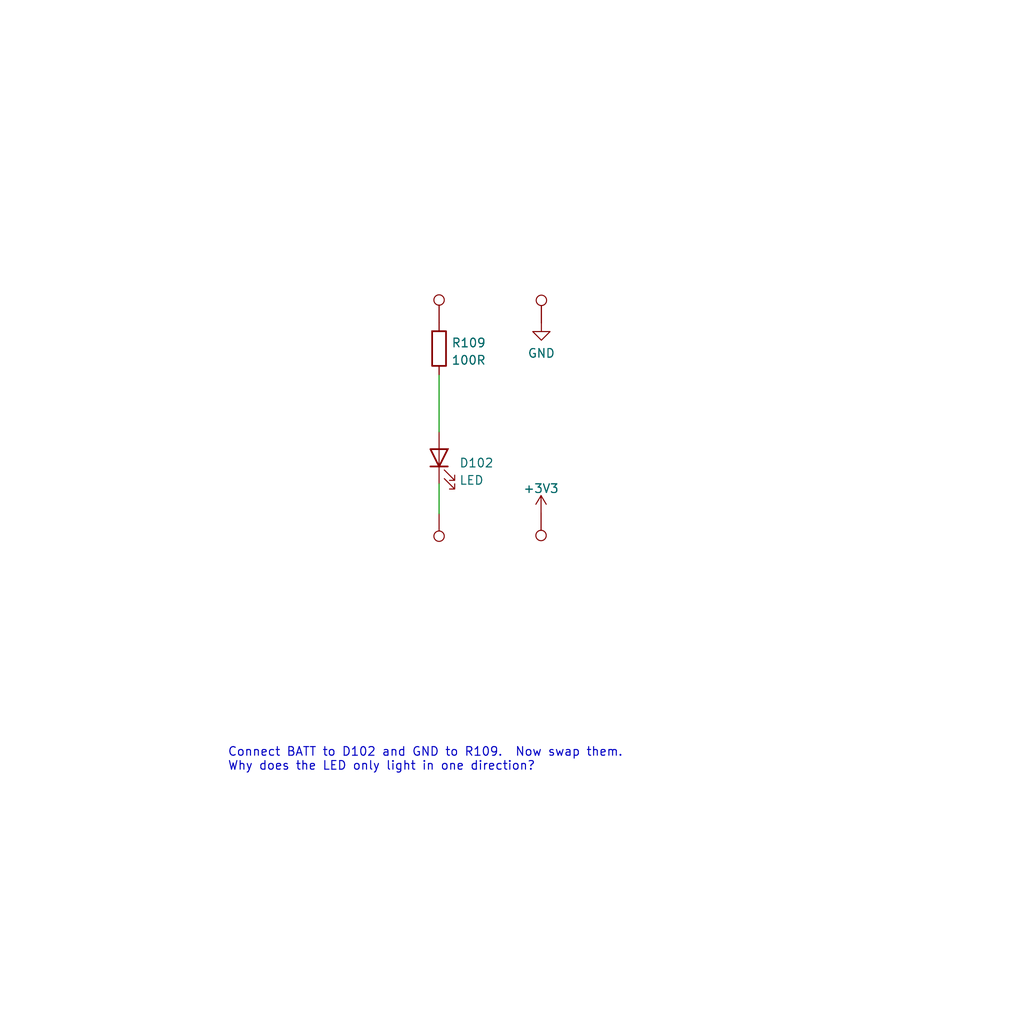
<source format=kicad_sch>
(kicad_sch (version 20211123) (generator eeschema)
  (paper "User" 150.012 150.012)
  (lib_symbols
    (symbol "Connector:TestPoint" (pin_numbers hide) (pin_names (offset 0.762) hide)
      (property "Reference" "TP" (at 0 6.858 0))
      (property "Value" "TestPoint" (at 0 5.08 0))
      (symbol "TestPoint_0_1"
        (circle (center 0 3.302) (radius 0.762))
      )
      (symbol "TestPoint_1_1"
        (pin passive line (at 0 0 90) (length 2.54) (name "1") (number "1"))
      )
    )
    (symbol "Device:LED" (pin_numbers hide) (pin_names (offset 1.016) hide)
      (property "Reference" "D" (at 0 2.54 0))
      (property "Value" "LED" (at 0 -2.54 0))
      (symbol "LED_0_1"
        (polyline (pts (xy -1.27 -1.27) (xy -1.27 1.27)) (stroke (width 0.254)))
        (polyline (pts (xy -1.27 0) (xy 1.27 0)))
        (polyline (pts (xy 1.27 -1.27) (xy 1.27 1.27) (xy -1.27 0) (xy 1.27 -1.27)) (stroke (width 0.254)))
        (polyline (pts (xy -3.048 -0.762) (xy -4.572 -2.286) (xy -3.81 -2.286) (xy -4.572 -2.286) (xy -4.572 -1.524)))
        (polyline (pts (xy -1.778 -0.762) (xy -3.302 -2.286) (xy -2.54 -2.286) (xy -3.302 -2.286) (xy -3.302 -1.524)))
      )
      (symbol "LED_1_1"
        (pin passive line (at -3.81 0 0) (length 2.54) (name "K") (number "1"))
        (pin passive line (at 3.81 0 180) (length 2.54) (name "A") (number "2"))
      )
    )
    (symbol "Device:R" (pin_numbers hide) (pin_names (offset 0))
      (property "Reference" "R" (at 2.032 0 90))
      (property "Value" "R" (at 0 0 90))
      (symbol "R_0_1"
        (rectangle (start -1.016 -2.54) (end 1.016 2.54) (stroke (width 0.254)))
      )
      (symbol "R_1_1"
        (pin passive line (at 0 3.81 270) (length 1.27) (name "~") (number "1"))
        (pin passive line (at 0 -3.81 90) (length 1.27) (name "~") (number "2"))
      )
    )
    (symbol "power:+3V3" (power) (pin_names (offset 0))
      (property "Value" "+3V3" (at 0 3.556 0))
      (symbol "+3V3_0_1"
        (polyline (pts (xy -0.762 1.27) (xy 0 2.54)))
        (polyline (pts (xy 0 0) (xy 0 2.54)))
        (polyline (pts (xy 0 2.54) (xy 0.762 1.27)))
      )
      (symbol "+3V3_1_1"
        (pin power_in line (at 0 0 90) (length 0) hide (name "+3V3") (number "1"))
      )
    )
    (symbol "power:GND" (power) (pin_names (offset 0))
      (property "Value" "GND" (at 0 -3.81 0))
      (symbol "GND_0_1"
        (polyline (pts (xy 0 0) (xy 0 -1.27) (xy 1.27 -1.27) (xy 0 -2.54) (xy -1.27 -1.27) (xy 0 -1.27)))
      )
      (symbol "GND_1_1"
        (pin power_in line (at 0 0 270) (length 0) hide (name "GND") (number "1"))
      )
    )
  )
  (wire (pts (xy 64.3128 70.866) (xy 64.3128 75.2348)))
  (wire (pts (xy 64.3128 54.864) (xy 64.3128 63.246)))
  (text "Connect BATT to D102 and GND to R109.  Now swap them.  \nWhy does the LED only light in one direction?" (at 33.3248 113.0808 0) (effects (font (size 1.27 1.27)) (justify left bottom)))
  (symbol (lib_id "power:GND") (at 79.2988 47.2948 0) (unit 1)
    (property "Reference" "#PWR?" (effects hide))
    (property "Value" "GND" (at 79.2988 51.7382 0))
  )
  (symbol (lib_id "Connector:TestPoint") (at 64.3128 47.244 0) (unit 1) (in_bom no) (on_board no)
    (property "Reference" "TP4" (effects hide))
    (property "Value" "TestPoint" (effects hide))
  )
  (symbol (lib_id "power:+3V3") (at 79.248 75.1332 0) (unit 1)
    (property "Reference" "#PWR?" (effects hide))
    (property "Value" "+3V3" (at 79.248 71.5574 0))
  )
  (symbol (lib_id "Connector:TestPoint") (at 79.248 75.1332 180) (unit 1) (in_bom no) (on_board no)
    (property "Reference" "TP?" (effects hide))
    (property "Value" "TestPoint" (effects hide))
  )
  (symbol (lib_id "Connector:TestPoint") (at 79.2988 47.2948 0) (unit 1) (in_bom no) (on_board no)
    (property "Reference" "TP?" (effects hide))
    (property "Value" "TestPoint" (effects hide))
  )
  (symbol (lib_id "Connector:TestPoint") (at 64.3128 75.2348 180) (unit 1) (in_bom no) (on_board no)
    (property "Reference" "TP5" (effects hide))
    (property "Value" "TestPoint" (effects hide))
  )
  (symbol (lib_id "Device:LED") (at 64.3128 67.056 90) (unit 1)
    (property "Reference" "D102" (at 67.2338 67.8088 90) (effects (justify right)))
    (property "Value" "LED" (at 67.2338 70.3457 90) (effects (justify right)))
  )
  (symbol (lib_id "Device:R") (at 64.3128 51.054 0) (unit 1)
    (property "Reference" "R109" (at 66.0908 50.2193 0) (effects (justify left)))
    (property "Value" "100R" (at 66.0908 52.7562 0) (effects (justify left)))
  )
)
</source>
